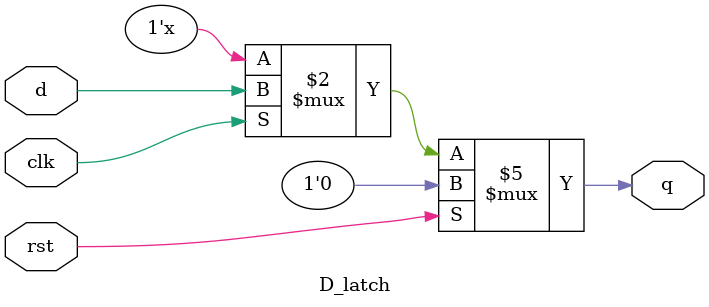
<source format=v>
module D_latch(d,q,rst,clk);
  input d,clk,rst;
  output reg q;
  always @(clk,q)
    if (rst)
      q<=1'b0;
    else if(clk)
      q<=d;
endmodule

</source>
